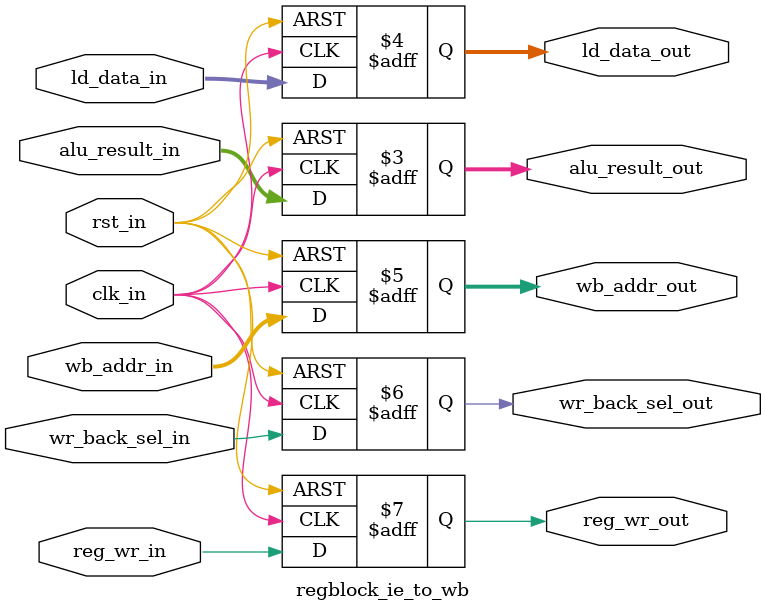
<source format=v>


module regblock_ie_to_wb (

input clk_in,
input rst_in,

//FROM ALU UNIT
input [15:0] alu_result_in,

//FROM LOAD UNIT
input [15:0] ld_data_in,

//FOR WRITE BACK
input [3:0] wb_addr_in,
input wr_back_sel_in,
input reg_wr_in,

output reg [15:0] alu_result_out,
output reg [15:0] ld_data_out,

output reg [3:0] wb_addr_out,
output reg wr_back_sel_out,
output reg reg_wr_out
);

always@(posedge clk_in or negedge rst_in) begin

if(!rst_in) begin

alu_result_out <=0;
ld_data_out <=0;

wb_addr_out <=0;
wr_back_sel_out <=0;
reg_wr_out<=0;
end else begin

alu_result_out <= alu_result_in;
ld_data_out <= ld_data_in;

wb_addr_out <= wb_addr_in;
wr_back_sel_out <= wr_back_sel_in;
reg_wr_out <= reg_wr_in;
end
end

endmodule




</source>
